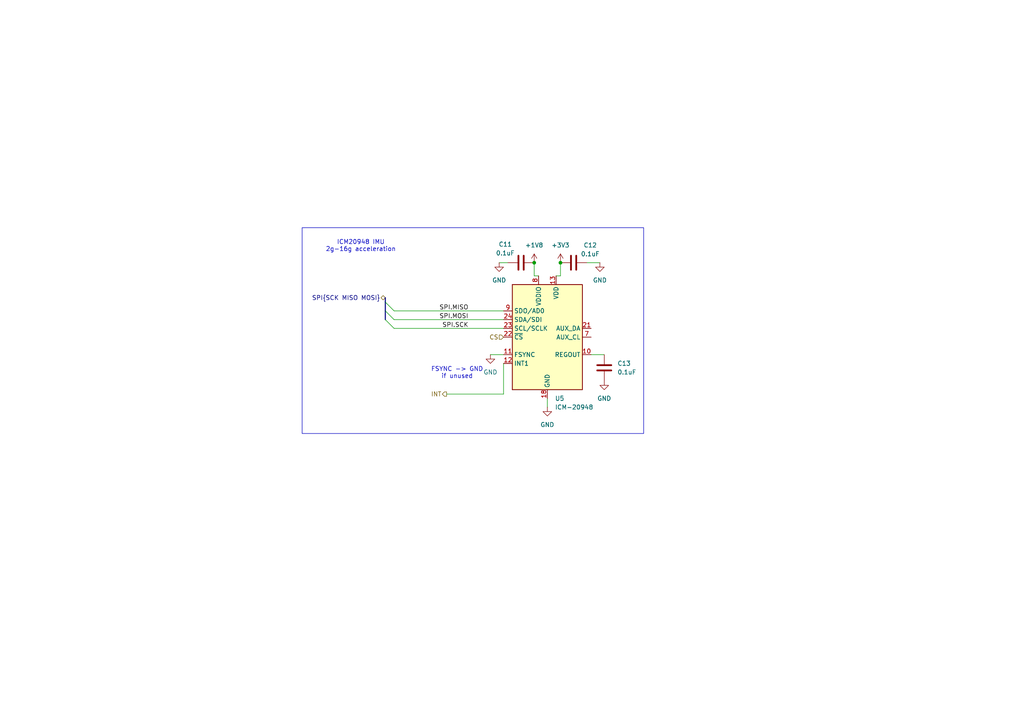
<source format=kicad_sch>
(kicad_sch (version 20250114) (generator "eeschema") (generator_version "9.0")
  (paper "A4")
  (lib_symbols
    (symbol "Device:C" (pin_numbers (hide yes)) (pin_names (offset 0.254))
      (property "Reference" "C" (at 0.635 2.54 0))
      (property "Value" "C" (at 0.635 -2.54 0))
      (symbol "C_0_1"
        (polyline (pts (xy -2.032 0.762) (xy 2.032 0.762)) (stroke (width 0.508)))
        (polyline (pts (xy -2.032 -0.762) (xy 2.032 -0.762)) (stroke (width 0.508)))
      )
      (symbol "C_1_1"
        (pin passive line (at 0 3.81 270) (length 2.794) (name "~") (number "1"))
        (pin passive line (at 0 -3.81 90) (length 2.794) (name "~") (number "2"))
      )
    )
    (symbol "Sensor_Motion:ICM-20948"
      (property "Reference" "U" (at -11.43 16.51 0))
      (property "Value" "ICM-20948" (at 7.62 -16.51 0))
      (symbol "ICM-20948_0_1"
        (rectangle (start -10.16 15.24) (end 10.16 -15.24) (stroke (width 0.254)) (fill (type background)))
      )
      (symbol "ICM-20948_1_1"
        (pin bidirectional line (at -12.7 7.62 0) (length 2.54) (name "SDO/AD0") (number "9"))
        (pin bidirectional line (at -12.7 5.08 0) (length 2.54) (name "SDA/SDI") (number "24"))
        (pin input line (at -12.7 2.54 0) (length 2.54) (name "SCL/SCLK") (number "23"))
        (pin input line (at -12.7 0 0) (length 2.54) (name "~{CS}") (number "22"))
        (pin input line (at -12.7 -5.08 0) (length 2.54) (name "FSYNC") (number "11"))
        (pin output line (at -12.7 -7.62 0) (length 2.54) (name "INT1") (number "12"))
        (pin no_connect line (at -10.16 12.7 0) (length 2.54) (hide yes) (name "NC") (number "1"))
        (pin no_connect line (at -10.16 10.16 0) (length 2.54) (hide yes) (name "NC") (number "2"))
        (pin no_connect line (at -10.16 -2.54 0) (length 2.54) (hide yes) (name "NC") (number "3"))
        (pin no_connect line (at -10.16 -10.16 0) (length 2.54) (hide yes) (name "NC") (number "4"))
        (pin no_connect line (at -10.16 -12.7 0) (length 2.54) (hide yes) (name "NC") (number "5"))
        (pin power_in line (at -2.54 17.78 270) (length 2.54) (name "VDDIO") (number "8"))
        (pin power_in line (at 0 -17.78 90) (length 2.54) (name "GND") (number "18"))
        (pin passive line (at 0 -17.78 90) (length 2.54) (hide yes) (name "GND") (number "20"))
        (pin power_in line (at 2.54 17.78 270) (length 2.54) (name "VDD") (number "13"))
        (pin no_connect line (at 10.16 10.16 180) (length 2.54) (hide yes) (name "NC") (number "6"))
        (pin no_connect line (at 10.16 7.62 180) (length 2.54) (hide yes) (name "NC") (number "14"))
        (pin no_connect line (at 10.16 5.08 180) (length 2.54) (hide yes) (name "NC") (number "15"))
        (pin no_connect line (at 10.16 -7.62 180) (length 2.54) (hide yes) (name "NC") (number "16"))
        (pin no_connect line (at 10.16 -10.16 180) (length 2.54) (hide yes) (name "NC") (number "17"))
        (pin no_connect line (at 10.16 -12.7 180) (length 2.54) (hide yes) (name "RESV") (number "19"))
        (pin bidirectional line (at 12.7 2.54 180) (length 2.54) (name "AUX_DA") (number "21"))
        (pin output line (at 12.7 0 180) (length 2.54) (name "AUX_CL") (number "7"))
        (pin passive line (at 12.7 -5.08 180) (length 2.54) (name "REGOUT") (number "10"))
      )
    )
    (symbol "power:+1V8" (power) (pin_numbers (hide yes)) (pin_names (offset 0) (hide yes))
      (property "Value" "+1V8" (at 0 3.556 0))
      (symbol "+1V8_0_1"
        (polyline (pts (xy -0.762 1.27) (xy 0 2.54)))
        (polyline (pts (xy 0 2.54) (xy 0.762 1.27)))
        (polyline (pts (xy 0 0) (xy 0 2.54)))
      )
      (symbol "+1V8_1_1"
        (pin power_in line (at 0 0 90) (length 0) (name "~") (number "1"))
      )
    )
    (symbol "power:+3V3" (power) (pin_numbers (hide yes)) (pin_names (offset 0) (hide yes))
      (property "Value" "+3V3" (at 0 3.556 0))
      (symbol "+3V3_0_1"
        (polyline (pts (xy -0.762 1.27) (xy 0 2.54)))
        (polyline (pts (xy 0 2.54) (xy 0.762 1.27)))
        (polyline (pts (xy 0 0) (xy 0 2.54)))
      )
      (symbol "+3V3_1_1"
        (pin power_in line (at 0 0 90) (length 0) (name "~") (number "1"))
      )
    )
    (symbol "power:GND" (power) (pin_numbers (hide yes)) (pin_names (offset 0) (hide yes))
      (property "Value" "GND" (at 0 -3.81 0))
      (symbol "GND_0_1"
        (polyline (pts (xy 0 0) (xy 0 -1.27) (xy 1.27 -1.27) (xy 0 -2.54) (xy -1.27 -1.27) (xy 0 -1.27)))
      )
      (symbol "GND_1_1"
        (pin power_in line (at 0 0 270) (length 0) (name "~") (number "1"))
      )
    )
  )
  (rectangle (start 87.63 66.04) (end 186.69 125.73))
  (text "ICM20948 IMU\n2g-16g acceleration" (at 104.648 71.374 0) (effects (font (size 1.27 1.27))))
  (text "FSYNC -> GND\nif unused" (at 132.588 108.204 0) (effects (font (size 1.27 1.27))))
  (junction (at 162.56 76.2))
  (junction (at 154.94 76.2))
  (bus_entry (at 111.76 92.71) (size 2.54 2.54))
  (bus_entry (at 111.76 90.17) (size 2.54 2.54))
  (bus_entry (at 111.76 87.63) (size 2.54 2.54))
  (wire (pts (xy 146.05 114.3) (xy 146.05 105.41)))
  (wire (pts (xy 146.05 95.25) (xy 114.3 95.25)))
  (wire (pts (xy 162.56 80.01) (xy 161.29 80.01)))
  (wire (pts (xy 158.75 118.11) (xy 158.75 115.57)))
  (bus (pts (xy 111.76 90.17) (xy 111.76 92.71)))
  (wire (pts (xy 146.05 92.71) (xy 114.3 92.71)))
  (wire (pts (xy 154.94 80.01) (xy 156.21 80.01)))
  (wire (pts (xy 170.18 76.2) (xy 173.99 76.2)))
  (wire (pts (xy 129.54 114.3) (xy 146.05 114.3)))
  (wire (pts (xy 142.24 102.87) (xy 146.05 102.87)))
  (wire (pts (xy 162.56 76.2) (xy 162.56 80.01)))
  (bus (pts (xy 111.76 86.36) (xy 111.76 87.63)))
  (bus (pts (xy 111.76 87.63) (xy 111.76 90.17)))
  (wire (pts (xy 154.94 76.2) (xy 154.94 80.01)))
  (wire (pts (xy 146.05 90.17) (xy 114.3 90.17)))
  (wire (pts (xy 171.45 102.87) (xy 175.26 102.87)))
  (wire (pts (xy 144.78 76.2) (xy 147.32 76.2)))
  (label "SPI.MOSI" (at 135.89 92.71 180))
  (label "SPI.MISO" (at 135.89 90.17 180))
  (label "SPI.SCK" (at 135.89 95.25 180))
  (hierarchical_label "SPI{SCK MISO MOSI}" (shape bidirectional) (at 111.76 86.36 180))
  (hierarchical_label "CS" (shape input) (at 146.05 97.79 180))
  (hierarchical_label "INT" (shape output) (at 129.54 114.3 180))
  (symbol (lib_id "power:GND") (at 144.78 76.2 0) (unit 1)
    (property "Reference" "#PWR02" (effects (hide yes)))
    (property "Value" "GND" (at 144.78 81.28 0))
    (property "Description" "Power symbol creates a global label with name \"GND\" , ground" (effects (hide yes)))
    (instances (project "Flight Computer V1" (path "" (reference "#PWR029") (unit 1))) (project "Flight Computer V1" (path "" (reference "#PWR023") (unit 1)) (path "" (reference "#PWR078") (unit 1))) (project "Flight Computer V1" (path "" (reference "#PWR02") (unit 1))))
  )
  (symbol (lib_id "power:GND") (at 158.75 118.11 0) (unit 1)
    (property "Reference" "#PWR04" (effects (hide yes)))
    (property "Value" "GND" (at 158.75 123.19 0))
    (property "Description" "Power symbol creates a global label with name \"GND\" , ground" (effects (hide yes)))
    (instances (project "Flight Computer V1" (path "" (reference "#PWR031") (unit 1))) (project "Flight Computer V1" (path "" (reference "#PWR025") (unit 1)) (path "" (reference "#PWR080") (unit 1))) (project "Flight Computer V1" (path "" (reference "#PWR04") (unit 1))))
  )
  (symbol (lib_id "power:GND") (at 175.26 110.49 0) (unit 1)
    (property "Reference" "#PWR07" (effects (hide yes)))
    (property "Value" "GND" (at 175.26 115.57 0))
    (property "Description" "Power symbol creates a global label with name \"GND\" , ground" (effects (hide yes)))
    (instances (project "Flight Computer V1" (path "" (reference "#PWR034") (unit 1))) (project "Flight Computer V1" (path "" (reference "#PWR028") (unit 1)) (path "" (reference "#PWR083") (unit 1))) (project "Flight Computer V1" (path "" (reference "#PWR07") (unit 1))))
  )
  (symbol (lib_id "Device:C") (at 166.37 76.2 90) (unit 1)
    (property "Reference" "C2" (at 171.196 71.12 90))
    (property "Value" "0.1uF" (at 171.196 73.66 90))
    (property "Footprint" "Capacitor_SMD:C_0603_1608Metric" (effects (hide yes)))
    (property "Description" "Unpolarized capacitor" (effects (hide yes)))
    (instances (project "Test Rocket Board" (path "" (reference "C12") (unit 1))) (project "Test Rocket Board" (path "" (reference "C2") (unit 1))))
  )
  (symbol (lib_id "Device:C") (at 151.13 76.2 90) (unit 1)
    (property "Reference" "C1" (at 146.558 70.866 90))
    (property "Value" "0.1uF" (at 146.558 73.406 90))
    (property "Footprint" "Capacitor_SMD:C_0603_1608Metric" (effects (hide yes)))
    (property "Description" "Unpolarized capacitor" (effects (hide yes)))
    (instances (project "Test Rocket Board" (path "" (reference "C11") (unit 1))) (project "Test Rocket Board" (path "" (reference "C1") (unit 1))))
  )
  (symbol (lib_id "power:GND") (at 173.99 76.2 0) (unit 1)
    (property "Reference" "#PWR06" (effects (hide yes)))
    (property "Value" "GND" (at 173.99 81.28 0))
    (property "Description" "Power symbol creates a global label with name \"GND\" , ground" (effects (hide yes)))
    (instances (project "Flight Computer V1" (path "" (reference "#PWR033") (unit 1))) (project "Flight Computer V1" (path "" (reference "#PWR027") (unit 1)) (path "" (reference "#PWR082") (unit 1))) (project "Flight Computer V1" (path "" (reference "#PWR06") (unit 1))))
  )
  (symbol (lib_id "power:GND") (at 142.24 102.87 0) (unit 1)
    (property "Reference" "#PWR01" (effects (hide yes)))
    (property "Value" "GND" (at 142.24 107.95 0))
    (property "Description" "Power symbol creates a global label with name \"GND\" , ground" (effects (hide yes)))
    (instances (project "Flight Computer V1" (path "" (reference "#PWR028") (unit 1))) (project "Flight Computer V1" (path "" (reference "#PWR022") (unit 1)) (path "" (reference "#PWR077") (unit 1))) (project "Flight Computer V1" (path "" (reference "#PWR01") (unit 1))))
  )
  (symbol (lib_id "Sensor_Motion:ICM-20948") (at 158.75 97.79 0) (unit 1)
    (property "Reference" "U2" (at 160.9441 115.57 0) (effects (justify left)))
    (property "Value" "ICM-20948" (at 160.9441 118.11 0) (effects (justify left)))
    (property "Footprint" "Sensor_Motion:InvenSense_QFN-24_3x3mm_P0.4mm" (effects (hide yes)))
    (property "Datasheet" "http://www.invensense.com/wp-content/uploads/2016/06/DS-000189-ICM-20948-v1.3.pdf" (effects (hide yes)))
    (property "Description" "InvenSense 9-Axis Motion Sensor, Accelerometer, Gyroscope, Compass, I2C/SPI, QFN-24" (effects (hide yes)))
    (instances (project "Flight Computer V1" (path "" (reference "U5") (unit 1))) (project "Flight Computer V1" (path "" (reference "U4") (unit 1)) (path "" (reference "U12") (unit 1))) (project "Flight Computer V1" (path "" (reference "U2") (unit 1))))
  )
  (symbol (lib_id "power:+3V3") (at 162.56 76.2 0) (unit 1)
    (property "Reference" "#PWR05" (effects (hide yes)))
    (property "Value" "+3V3" (at 162.56 71.12 0))
    (property "Description" "Power symbol creates a global label with name \"+3V3\"" (effects (hide yes)))
    (instances (project "Flight Computer V1" (path "" (reference "#PWR032") (unit 1))) (project "Flight Computer V1" (path "" (reference "#PWR026") (unit 1)) (path "" (reference "#PWR081") (unit 1))) (project "Flight Computer V1" (path "" (reference "#PWR05") (unit 1))))
  )
  (symbol (lib_id "Device:C") (at 175.26 106.68 0) (unit 1)
    (property "Reference" "C3" (at 179.07 105.4099 0) (effects (justify left)))
    (property "Value" "0.1uF" (at 179.07 107.9499 0) (effects (justify left)))
    (property "Footprint" "Capacitor_SMD:C_0603_1608Metric" (effects (hide yes)))
    (property "Description" "Unpolarized capacitor" (effects (hide yes)))
    (instances (project "Test Rocket Board" (path "" (reference "C13") (unit 1))) (project "Test Rocket Board" (path "" (reference "C3") (unit 1))))
  )
  (symbol (lib_id "power:+1V8") (at 154.94 76.2 0) (unit 1)
    (property "Reference" "#PWR03" (effects (hide yes)))
    (property "Value" "+1V8" (at 154.94 71.12 0))
    (property "Description" "Power symbol creates a global label with name \"+1V8\"" (effects (hide yes)))
    (instances (project "Flight Computer V1" (path "" (reference "#PWR030") (unit 1))) (project "Flight Computer V1" (path "" (reference "#PWR024") (unit 1)) (path "" (reference "#PWR079") (unit 1))) (project "Flight Computer V1" (path "" (reference "#PWR03") (unit 1))))
  )
)
</source>
